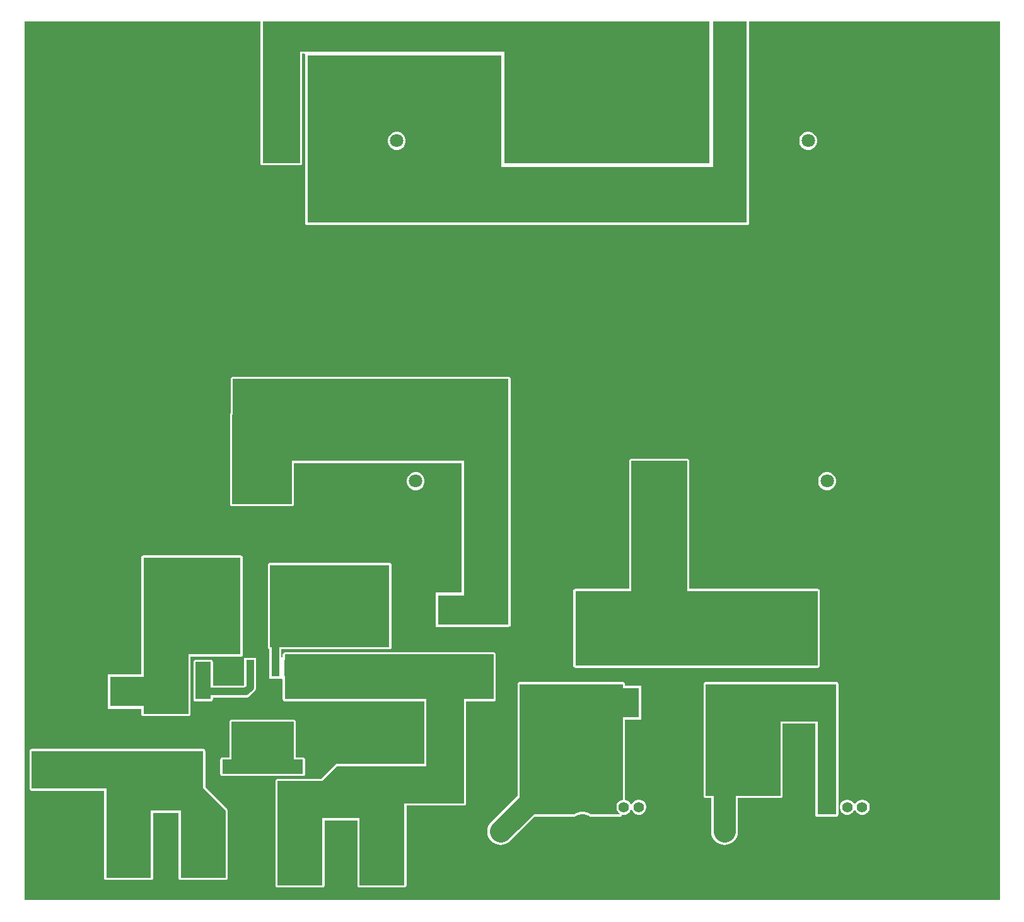
<source format=gbr>
%TF.GenerationSoftware,Altium Limited,Altium Designer,22.4.2 (48)*%
G04 Layer_Physical_Order=1*
G04 Layer_Color=255*
%FSLAX45Y45*%
%MOMM*%
%TF.SameCoordinates,33709DFB-A149-439E-BA6C-A4EA3245395A*%
%TF.FilePolarity,Positive*%
%TF.FileFunction,Copper,L1,Top,Signal*%
%TF.Part,Single*%
G01*
G75*
%TA.AperFunction,SMDPad,CuDef*%
%ADD10R,7.00000X4.00000*%
%ADD11R,1.00000X1.60000*%
%ADD12R,1.60000X1.00000*%
%ADD13R,4.00000X7.00000*%
%ADD14C,6.29100*%
%ADD15R,1.07000X2.16000*%
%ADD16R,3.30000X2.40000*%
%TA.AperFunction,Conductor*%
%ADD17C,3.00000*%
%ADD18C,1.00000*%
%TA.AperFunction,ComponentPad*%
G04:AMPARAMS|DCode=19|XSize=1.4mm|YSize=1.4mm|CornerRadius=0mm|HoleSize=0mm|Usage=FLASHONLY|Rotation=0.000|XOffset=0mm|YOffset=0mm|HoleType=Round|Shape=Octagon|*
%AMOCTAGOND19*
4,1,8,0.70000,-0.35000,0.70000,0.35000,0.35000,0.70000,-0.35000,0.70000,-0.70000,0.35000,-0.70000,-0.35000,-0.35000,-0.70000,0.35000,-0.70000,0.70000,-0.35000,0.0*
%
%ADD19OCTAGOND19*%

%ADD20C,1.40000*%
%ADD21C,2.20000*%
G04:AMPARAMS|DCode=22|XSize=1.8mm|YSize=1.8mm|CornerRadius=0mm|HoleSize=0mm|Usage=FLASHONLY|Rotation=180.000|XOffset=0mm|YOffset=0mm|HoleType=Round|Shape=Octagon|*
%AMOCTAGOND22*
4,1,8,-0.90000,0.45000,-0.90000,-0.45000,-0.45000,-0.90000,0.45000,-0.90000,0.90000,-0.45000,0.90000,0.45000,0.45000,0.90000,-0.45000,0.90000,-0.90000,0.45000,0.0*
%
%ADD22OCTAGOND22*%

%ADD23C,1.80000*%
%ADD24C,3.50000*%
%ADD25R,1.42000X1.42000*%
%ADD26C,1.42000*%
%TA.AperFunction,ViaPad*%
%ADD27C,7.00000*%
%TA.AperFunction,ComponentPad*%
G04:AMPARAMS|DCode=28|XSize=1.4mm|YSize=1.4mm|CornerRadius=0mm|HoleSize=0mm|Usage=FLASHONLY|Rotation=90.000|XOffset=0mm|YOffset=0mm|HoleType=Round|Shape=Octagon|*
%AMOCTAGOND28*
4,1,8,0.35000,0.70000,-0.35000,0.70000,-0.70000,0.35000,-0.70000,-0.35000,-0.35000,-0.70000,0.35000,-0.70000,0.70000,-0.35000,0.70000,0.35000,0.35000,0.70000,0.0*
%
%ADD28OCTAGOND28*%

G04:AMPARAMS|DCode=29|XSize=1.8mm|YSize=1.8mm|CornerRadius=0mm|HoleSize=0mm|Usage=FLASHONLY|Rotation=270.000|XOffset=0mm|YOffset=0mm|HoleType=Round|Shape=Octagon|*
%AMOCTAGOND29*
4,1,8,-0.45000,-0.90000,0.45000,-0.90000,0.90000,-0.45000,0.90000,0.45000,0.45000,0.90000,-0.45000,0.90000,-0.90000,0.45000,-0.90000,-0.45000,-0.45000,-0.90000,0.0*
%
%ADD29OCTAGOND29*%

%ADD30R,1.80000X1.80000*%
%TA.AperFunction,ViaPad*%
%ADD31C,1.40000*%
G36*
X9300000Y10000000D02*
X6550000D01*
Y11500000D01*
X3800000D01*
Y10000000D01*
X3300000D01*
Y11500000D01*
Y11900000D01*
X9300000D01*
Y10000000D01*
D02*
G37*
G36*
X9800000Y9200000D02*
X3900000D01*
Y11450000D01*
X6500000D01*
Y9950000D01*
X9350000D01*
Y11900000D01*
X9800000D01*
Y9200000D01*
D02*
G37*
G36*
X13200000Y100000D02*
X100000D01*
Y11900000D01*
X3269412D01*
Y11500000D01*
Y10000000D01*
X3271741Y9988295D01*
X3278371Y9978371D01*
X3288295Y9971741D01*
X3300000Y9969412D01*
X3800000D01*
X3811705Y9971741D01*
X3821629Y9978371D01*
X3828259Y9988295D01*
X3830588Y10000000D01*
Y11469412D01*
X3862779D01*
X3870748Y11456712D01*
X3869412Y11450000D01*
Y9200000D01*
X3871741Y9188295D01*
X3878371Y9178371D01*
X3888295Y9171741D01*
X3900000Y9169412D01*
X9800000D01*
X9811705Y9171741D01*
X9821629Y9178371D01*
X9828259Y9188295D01*
X9830588Y9200000D01*
Y11900000D01*
X13200000D01*
Y100000D01*
D02*
G37*
%LPC*%
G36*
X5115799Y10420000D02*
X5084202D01*
X5053682Y10411822D01*
X5026319Y10396024D01*
X5003977Y10373682D01*
X4988178Y10346318D01*
X4980000Y10315798D01*
Y10284202D01*
X4988178Y10253682D01*
X5003977Y10226318D01*
X5026319Y10203976D01*
X5053682Y10188178D01*
X5084202Y10180000D01*
X5115799D01*
X5146318Y10188178D01*
X5173682Y10203976D01*
X5196024Y10226318D01*
X5211822Y10253682D01*
X5220000Y10284202D01*
Y10315798D01*
X5211822Y10346318D01*
X5196024Y10373682D01*
X5173682Y10396024D01*
X5146318Y10411822D01*
X5115799Y10420000D01*
D02*
G37*
G36*
X10639798D02*
X10608202D01*
X10577682Y10411822D01*
X10550318Y10396024D01*
X10527976Y10373682D01*
X10512178Y10346318D01*
X10504000Y10315798D01*
Y10284202D01*
X10512178Y10253682D01*
X10527976Y10226318D01*
X10550318Y10203976D01*
X10577682Y10188178D01*
X10608202Y10180000D01*
X10639798D01*
X10670318Y10188178D01*
X10697682Y10203976D01*
X10720024Y10226318D01*
X10735822Y10253682D01*
X10744000Y10284202D01*
Y10315798D01*
X10735822Y10346318D01*
X10720024Y10373682D01*
X10697682Y10396024D01*
X10670318Y10411822D01*
X10639798Y10420000D01*
D02*
G37*
G36*
X10893798Y5848000D02*
X10862202D01*
X10831682Y5839822D01*
X10804318Y5824024D01*
X10781976Y5801682D01*
X10766178Y5774318D01*
X10758000Y5743798D01*
Y5712202D01*
X10766178Y5681682D01*
X10781976Y5654318D01*
X10804318Y5631976D01*
X10831682Y5616178D01*
X10862202Y5608000D01*
X10893798D01*
X10924318Y5616178D01*
X10951682Y5631976D01*
X10974024Y5654318D01*
X10989822Y5681682D01*
X10998000Y5712202D01*
Y5743798D01*
X10989822Y5774318D01*
X10974024Y5801682D01*
X10951682Y5824024D01*
X10924318Y5839822D01*
X10893798Y5848000D01*
D02*
G37*
G36*
X5369799D02*
X5338202D01*
X5307682Y5839822D01*
X5280319Y5824024D01*
X5257977Y5801682D01*
X5242178Y5774318D01*
X5234000Y5743798D01*
Y5712202D01*
X5242178Y5681682D01*
X5257977Y5654318D01*
X5280319Y5631976D01*
X5307682Y5616178D01*
X5338202Y5608000D01*
X5369799D01*
X5400318Y5616178D01*
X5427682Y5631976D01*
X5450024Y5654318D01*
X5465822Y5681682D01*
X5474000Y5712202D01*
Y5743798D01*
X5465822Y5774318D01*
X5450024Y5801682D01*
X5427682Y5824024D01*
X5400318Y5839822D01*
X5369799Y5848000D01*
D02*
G37*
G36*
X6600000Y7130588D02*
X2900000D01*
X2888295Y7128259D01*
X2878371Y7121629D01*
X2871741Y7111705D01*
X2869412Y7100000D01*
Y6644321D01*
X2869021Y6644060D01*
X2862391Y6634137D01*
X2860063Y6622432D01*
Y5422432D01*
X2862391Y5410726D01*
X2869021Y5400803D01*
X2878945Y5394172D01*
X2890650Y5391844D01*
X3690650Y5391844D01*
X3702355Y5394172D01*
X3712279Y5400803D01*
X3718909Y5410726D01*
X3721238Y5422431D01*
Y5969412D01*
X5969412D01*
Y4230000D01*
X5620000D01*
Y3770000D01*
X5997044D01*
X6000000Y3769412D01*
X6600000D01*
X6611705Y3771741D01*
X6621629Y3778371D01*
X6628259Y3788295D01*
X6630588Y3800000D01*
Y7000000D01*
Y7100000D01*
X6628259Y7111705D01*
X6621629Y7121629D01*
X6611705Y7128259D01*
X6600000Y7130588D01*
D02*
G37*
G36*
X9000000Y6030588D02*
X8250000D01*
X8238295Y6028259D01*
X8228371Y6021629D01*
X8221741Y6011705D01*
X8219412Y6000000D01*
Y4280588D01*
X7500000D01*
X7488295Y4278259D01*
X7478371Y4271629D01*
X7471741Y4261705D01*
X7469412Y4250000D01*
Y3250000D01*
X7471741Y3238295D01*
X7478371Y3228371D01*
X7488295Y3221741D01*
X7500000Y3219412D01*
X10750000D01*
X10761705Y3221741D01*
X10771629Y3228371D01*
X10778259Y3238295D01*
X10780588Y3250000D01*
Y4250000D01*
X10778259Y4261705D01*
X10771629Y4271629D01*
X10761705Y4278259D01*
X10750000Y4280588D01*
X9030588D01*
Y6000000D01*
X9028259Y6011705D01*
X9021629Y6021629D01*
X9011705Y6028259D01*
X9000000Y6030588D01*
D02*
G37*
G36*
X3213500Y3351000D02*
X3046500D01*
Y3075000D01*
X3049310D01*
Y2992002D01*
X3037999Y2980690D01*
X2630588D01*
Y3300000D01*
X2628259Y3311705D01*
X2621629Y3321629D01*
X2611705Y3328259D01*
X2600000Y3330588D01*
X2400000D01*
X2388295Y3328259D01*
X2378371Y3321629D01*
X2371741Y3311705D01*
X2369412Y3300000D01*
Y2800000D01*
X2371741Y2788295D01*
X2378371Y2778371D01*
X2388295Y2771741D01*
X2400000Y2769412D01*
X2600000D01*
X2611705Y2771741D01*
X2621629Y2778371D01*
X2628259Y2788295D01*
X2630588Y2800000D01*
Y2819310D01*
X3071422D01*
X3092306Y2822059D01*
X3111767Y2830120D01*
X3128478Y2842944D01*
X3187057Y2901522D01*
X3199880Y2918234D01*
X3207941Y2937695D01*
X3210691Y2958579D01*
Y3075000D01*
X3213500D01*
Y3351000D01*
D02*
G37*
G36*
X3000000Y4730588D02*
X1700000D01*
X1688295Y4728259D01*
X1678371Y4721629D01*
X1671741Y4711705D01*
X1669412Y4700000D01*
Y3400000D01*
Y3130000D01*
X1220000D01*
Y2670000D01*
X1669412D01*
Y2600000D01*
X1671741Y2588295D01*
X1678371Y2578371D01*
X1688295Y2571741D01*
X1700000Y2569412D01*
X2300000D01*
X2311705Y2571741D01*
X2321629Y2578371D01*
X2328259Y2588295D01*
X2330588Y2600000D01*
Y3369412D01*
X3000000D01*
X3011705Y3371741D01*
X3021629Y3378371D01*
X3028259Y3388295D01*
X3030588Y3400000D01*
Y4700000D01*
X3028259Y4711705D01*
X3021629Y4721629D01*
X3011705Y4728259D01*
X3000000Y4730588D01*
D02*
G37*
G36*
X5000000Y4630588D02*
X3400000D01*
X3388295Y4628259D01*
X3378371Y4621629D01*
X3371741Y4611705D01*
X3369412Y4600000D01*
Y3500000D01*
X3371741Y3488295D01*
X3378371Y3478371D01*
X3388295Y3471741D01*
X3389310Y3471539D01*
Y3351000D01*
X3386500D01*
Y3075000D01*
X3543800D01*
X3553500Y3075000D01*
X3560432D01*
X3569412Y3066020D01*
Y2800000D01*
X3571741Y2788295D01*
X3578371Y2778371D01*
X3588295Y2771741D01*
X3600000Y2769412D01*
X5469412D01*
X5469412Y1930588D01*
X4300001D01*
X4300000Y1930588D01*
X4288295Y1928259D01*
X4278371Y1921629D01*
X4087330Y1730587D01*
X3500000Y1730588D01*
X3488295Y1728259D01*
X3478371Y1721629D01*
X3471741Y1711705D01*
X3469412Y1700000D01*
X3469412Y1200000D01*
Y300000D01*
X3471741Y288295D01*
X3478371Y278371D01*
X3488295Y271741D01*
X3500000Y269412D01*
X4100000D01*
X4111705Y271741D01*
X4121629Y278371D01*
X4128259Y288295D01*
X4130588Y300000D01*
Y1169412D01*
X4569412D01*
Y300000D01*
X4571741Y288295D01*
X4578371Y278371D01*
X4588295Y271741D01*
X4600000Y269412D01*
X5200000D01*
X5211705Y271741D01*
X5221629Y278371D01*
X5228259Y288295D01*
X5230588Y300000D01*
Y1200000D01*
Y1369412D01*
X6000000D01*
X6011705Y1371741D01*
X6021629Y1378371D01*
X6028259Y1388295D01*
X6030588Y1400000D01*
X6030587Y2769412D01*
X6400000D01*
X6411705Y2771741D01*
X6421629Y2778371D01*
X6428259Y2788295D01*
X6430588Y2800000D01*
Y3400000D01*
X6428259Y3411705D01*
X6421629Y3421629D01*
X6411705Y3428259D01*
X6400000Y3430588D01*
X3600000D01*
X3588295Y3428259D01*
X3578371Y3421629D01*
X3571741Y3411705D01*
X3569412Y3400000D01*
Y3359980D01*
X3567241Y3357809D01*
X3551443Y3359960D01*
X3550690Y3361294D01*
Y3469412D01*
X5000000D01*
X5011705Y3471741D01*
X5021629Y3478371D01*
X5028259Y3488295D01*
X5030588Y3500000D01*
Y4600000D01*
X5028259Y4611705D01*
X5021629Y4621629D01*
X5011705Y4628259D01*
X5000000Y4630588D01*
D02*
G37*
G36*
X3716500Y2525588D02*
X2883500D01*
X2871795Y2523259D01*
X2861871Y2516629D01*
X2855241Y2506705D01*
X2852913Y2495000D01*
Y2017588D01*
X2760000D01*
X2748295Y2015259D01*
X2738371Y2008629D01*
X2731741Y1998705D01*
X2729413Y1987000D01*
Y1796000D01*
X2731741Y1784295D01*
X2738371Y1774371D01*
X2748295Y1767741D01*
X2760000Y1765412D01*
X3840000D01*
X3851706Y1767741D01*
X3861629Y1774371D01*
X3868259Y1784295D01*
X3870588Y1796000D01*
Y1987000D01*
X3868259Y1998705D01*
X3861629Y2008629D01*
X3851706Y2015259D01*
X3840000Y2017588D01*
X3747088D01*
Y2495000D01*
X3744760Y2506705D01*
X3738129Y2516629D01*
X3728206Y2523259D01*
X3716500Y2525588D01*
D02*
G37*
G36*
X11363297Y1450000D02*
X11336703D01*
X11311016Y1443117D01*
X11287985Y1429820D01*
X11269180Y1411015D01*
X11256827Y1389619D01*
X11250000Y1388741D01*
X11243173Y1389619D01*
X11230820Y1411015D01*
X11212015Y1429820D01*
X11188984Y1443117D01*
X11163297Y1450000D01*
X11136703D01*
X11111016Y1443117D01*
X11087985Y1429820D01*
X11069180Y1411015D01*
X11055883Y1387985D01*
X11049000Y1362297D01*
Y1335703D01*
X11055883Y1310016D01*
X11069180Y1286985D01*
X11087985Y1268180D01*
X11111016Y1254883D01*
X11136703Y1248000D01*
X11163297D01*
X11188984Y1254883D01*
X11212015Y1268180D01*
X11230820Y1286985D01*
X11243173Y1308381D01*
X11250000Y1309259D01*
X11256827Y1308381D01*
X11269180Y1286985D01*
X11287985Y1268180D01*
X11311016Y1254883D01*
X11336703Y1248000D01*
X11363297D01*
X11388985Y1254883D01*
X11412016Y1268180D01*
X11430820Y1286985D01*
X11444117Y1310016D01*
X11451000Y1335703D01*
Y1362297D01*
X11444117Y1387985D01*
X11430820Y1411015D01*
X11412016Y1429820D01*
X11388985Y1443117D01*
X11363297Y1450000D01*
D02*
G37*
G36*
X8135727Y3030588D02*
X6750000D01*
X6738295Y3028259D01*
X6728371Y3021629D01*
X6721741Y3011705D01*
X6719412Y3000000D01*
Y1500202D01*
X6368105Y1148895D01*
X6345611Y1121486D01*
X6328897Y1090216D01*
X6318605Y1056286D01*
X6315129Y1021000D01*
X6318605Y985714D01*
X6328897Y951784D01*
X6345611Y920514D01*
X6368105Y893105D01*
X6395513Y870611D01*
X6426784Y853897D01*
X6460714Y843605D01*
X6496000Y840129D01*
X6531286Y843605D01*
X6565216Y853897D01*
X6596486Y870611D01*
X6623895Y893105D01*
X6950203Y1219412D01*
X7481426D01*
X7484381Y1220000D01*
X7487394D01*
X7490177Y1221153D01*
X7493132Y1221741D01*
X7495637Y1223415D01*
X7498420Y1224567D01*
X7510385Y1232562D01*
X7542126Y1245709D01*
X7575822Y1252412D01*
X7610178D01*
X7643874Y1245709D01*
X7675615Y1232562D01*
X7687580Y1224567D01*
X7690364Y1223414D01*
X7692868Y1221741D01*
X7695823Y1221153D01*
X7698606Y1220000D01*
X7701619D01*
X7704574Y1219412D01*
X8094073D01*
X8096052Y1219806D01*
X8098065Y1219674D01*
X8101855Y1220960D01*
X8105779Y1221741D01*
X8107456Y1222861D01*
X8109367Y1223510D01*
X8112375Y1226148D01*
X8115702Y1228371D01*
X8116823Y1230049D01*
X8118340Y1231379D01*
X8120109Y1234967D01*
X8122332Y1238295D01*
X8122434Y1238802D01*
X8129322Y1249978D01*
X8136703Y1248000D01*
X8163297D01*
X8188984Y1254883D01*
X8212015Y1268180D01*
X8230820Y1286985D01*
X8243173Y1308381D01*
X8250000Y1309259D01*
X8256827Y1308381D01*
X8269180Y1286985D01*
X8287985Y1268180D01*
X8311016Y1254883D01*
X8336703Y1248000D01*
X8363297D01*
X8388984Y1254883D01*
X8412015Y1268180D01*
X8430820Y1286985D01*
X8444117Y1310016D01*
X8451000Y1335703D01*
Y1362297D01*
X8444117Y1387985D01*
X8430820Y1411015D01*
X8412015Y1429820D01*
X8388984Y1443117D01*
X8363297Y1450000D01*
X8336703D01*
X8311016Y1443117D01*
X8287985Y1429820D01*
X8269180Y1411015D01*
X8256827Y1389619D01*
X8250000Y1388741D01*
X8243173Y1389619D01*
X8230820Y1411015D01*
X8212015Y1429820D01*
X8188984Y1443117D01*
X8166211Y1449219D01*
X8166314Y1449738D01*
Y2520000D01*
X8380000D01*
Y2980000D01*
X8166314D01*
Y3000000D01*
X8163986Y3011705D01*
X8157356Y3021629D01*
X8147432Y3028259D01*
X8135727Y3030588D01*
D02*
G37*
G36*
X11000000D02*
X9250000D01*
X9238295Y3028259D01*
X9228371Y3021629D01*
X9221741Y3011705D01*
X9219412Y3000000D01*
Y2500000D01*
Y1500000D01*
X9221741Y1488295D01*
X9228371Y1478371D01*
X9238295Y1471741D01*
X9250000Y1469412D01*
X9319129D01*
Y1021000D01*
X9322605Y985714D01*
X9332897Y951784D01*
X9349611Y920514D01*
X9372105Y893105D01*
X9399514Y870611D01*
X9430784Y853897D01*
X9464714Y843605D01*
X9500000Y840129D01*
X9535286Y843605D01*
X9569216Y853897D01*
X9600487Y870611D01*
X9627895Y893105D01*
X9650389Y920514D01*
X9667103Y951784D01*
X9677395Y985714D01*
X9680871Y1021000D01*
Y1469412D01*
X10250000D01*
X10261705Y1471741D01*
X10271629Y1478371D01*
X10278259Y1488295D01*
X10280588Y1500000D01*
Y2469412D01*
X10719412D01*
Y1250000D01*
X10721741Y1238295D01*
X10728371Y1228371D01*
X10738295Y1221741D01*
X10750000Y1219412D01*
X11000000D01*
X11011705Y1221741D01*
X11021629Y1228371D01*
X11028259Y1238295D01*
X11030588Y1250000D01*
Y3000000D01*
X11028259Y3011705D01*
X11021629Y3021629D01*
X11011705Y3028259D01*
X11000000Y3030588D01*
D02*
G37*
G36*
X2500000Y2130588D02*
X200000D01*
X188295Y2128259D01*
X178371Y2121629D01*
X171741Y2111705D01*
X169412Y2100000D01*
Y1600000D01*
X171741Y1588295D01*
X178371Y1578371D01*
X188295Y1571741D01*
X200000Y1569412D01*
X1169412D01*
Y400000D01*
X1171741Y388295D01*
X1178371Y378371D01*
X1188295Y371741D01*
X1200000Y369412D01*
X1800000D01*
X1811705Y371741D01*
X1821629Y378371D01*
X1828259Y388295D01*
X1830588Y400000D01*
Y1269412D01*
X2169412D01*
Y400000D01*
X2171741Y388295D01*
X2178371Y378371D01*
X2188295Y371741D01*
X2200000Y369412D01*
X2800000D01*
X2811705Y371741D01*
X2821629Y378371D01*
X2828259Y388295D01*
X2830588Y400000D01*
Y1300000D01*
X2828259Y1311706D01*
X2821629Y1321629D01*
X2821628Y1321629D01*
X2530588Y1612670D01*
Y1699999D01*
X2530588Y1700000D01*
X2530588Y1700001D01*
Y2100000D01*
X2528259Y2111705D01*
X2521629Y2121629D01*
X2511705Y2128259D01*
X2500000Y2130588D01*
D02*
G37*
%LPD*%
G36*
X6600000Y6000000D02*
Y3800000D01*
X6000000D01*
Y6000000D01*
X3690650D01*
Y5422431D01*
X2890650Y5422432D01*
Y6622432D01*
X2900000D01*
Y7100000D01*
X6600000D01*
Y6000000D01*
D02*
G37*
G36*
X9000000Y4250000D02*
X10750000D01*
Y3250000D01*
X7500000D01*
Y4250000D01*
X8250000D01*
Y6000000D01*
X9000000D01*
Y4250000D01*
D02*
G37*
G36*
X2600000Y2800000D02*
X2400000D01*
Y3300000D01*
X2600000D01*
Y2800000D01*
D02*
G37*
G36*
X3000000Y3400000D02*
X2300000D01*
Y2600000D01*
X1700000D01*
Y3400000D01*
Y4700000D01*
X3000000D01*
Y3400000D01*
D02*
G37*
G36*
X5000000Y3500000D02*
X3400000D01*
Y4600000D01*
X5000000D01*
Y3500000D01*
D02*
G37*
G36*
X6400000Y2800000D02*
X6000000D01*
X6000000Y1400000D01*
X5200000D01*
Y1200000D01*
Y300000D01*
X4600000D01*
Y1200000D01*
X4100000D01*
Y300000D01*
X3500000D01*
Y1200000D01*
X3500000Y1700000D01*
X4100000Y1700000D01*
X4300000Y1900000D01*
X5500000D01*
X5500000Y2800000D01*
X3600000D01*
Y3400000D01*
X6400000D01*
Y2800000D01*
D02*
G37*
G36*
X3716500Y1987000D02*
X3840000D01*
Y1796000D01*
X2760000D01*
Y1987000D01*
X2883500D01*
Y2495000D01*
X3716500D01*
Y1987000D01*
D02*
G37*
G36*
X8135727Y1449738D02*
X8111016Y1443117D01*
X8087985Y1429820D01*
X8069180Y1411015D01*
X8055883Y1387985D01*
X8049000Y1362297D01*
Y1335703D01*
X8055883Y1310016D01*
X8069180Y1286985D01*
X8087985Y1268180D01*
X8097476Y1262700D01*
X8094073Y1250000D01*
X7704574D01*
X7690104Y1259668D01*
X7652796Y1275122D01*
X7613191Y1283000D01*
X7572809D01*
X7533204Y1275122D01*
X7495896Y1259668D01*
X7481426Y1250000D01*
X6750000D01*
Y3000000D01*
X8135727D01*
Y1449738D01*
D02*
G37*
G36*
X11000000Y2500000D02*
Y1250000D01*
X10750000D01*
Y2500000D01*
X10250000D01*
Y1500000D01*
X9250000D01*
Y2500000D01*
Y3000000D01*
X11000000D01*
Y2500000D01*
D02*
G37*
G36*
X2500000Y1600000D02*
X2800000Y1300000D01*
Y400000D01*
X2200000D01*
Y1300000D01*
X1800000D01*
Y400000D01*
X1200000D01*
Y1600000D01*
X200000D01*
Y2100000D01*
X2500000D01*
Y1600000D01*
D02*
G37*
D10*
X10250000Y3750000D02*
D03*
Y2750000D02*
D03*
X6000000Y3000000D02*
D03*
Y4000000D02*
D03*
X1600000Y2900000D02*
D03*
Y1900000D02*
D03*
X8000000Y2750000D02*
D03*
Y3750000D02*
D03*
D11*
X6507139Y5227182D02*
D03*
X6807139D02*
D03*
X1500000Y3500000D02*
D03*
X1800000D02*
D03*
D12*
X2500000Y3450000D02*
D03*
Y3150000D02*
D03*
X7750000Y4100000D02*
D03*
Y4400000D02*
D03*
X2500000Y2600000D02*
D03*
Y2900000D02*
D03*
D13*
X3800000Y4200000D02*
D03*
X2800000D02*
D03*
D14*
X3300000Y2145500D02*
D03*
D15*
X3640000Y3213000D02*
D03*
X3470000D02*
D03*
X3300000D02*
D03*
X3130000D02*
D03*
X2960000D02*
D03*
D16*
X4600000Y4170000D02*
D03*
Y4830000D02*
D03*
D17*
X6496000Y1021000D02*
X7000000Y1525000D01*
Y1750000D01*
X9500000Y1021000D02*
Y1750000D01*
X6854000Y11000000D02*
Y11346000D01*
D18*
X2500000Y2900000D02*
X3071422D01*
X3130000Y2958579D02*
Y3213000D01*
X3071422Y2900000D02*
X3130000Y2958579D01*
X3470000Y3770000D02*
X3500000Y3800000D01*
X3470000Y3213000D02*
Y3770000D01*
D19*
X10125000Y2000000D02*
D03*
X8000000D02*
D03*
X5875000Y1750000D02*
D03*
D20*
X10375000Y2000000D02*
D03*
X8250000D02*
D03*
X6125000Y1750000D02*
D03*
X500000Y2250000D02*
D03*
D21*
X10008000Y1021000D02*
D03*
X9500000D02*
D03*
X5408000D02*
D03*
X4900000D02*
D03*
X4308000D02*
D03*
X3800000D02*
D03*
X3100000D02*
D03*
X2592000D02*
D03*
X1954000D02*
D03*
X1446000D02*
D03*
X7004000D02*
D03*
X6496000D02*
D03*
X6346000Y11000000D02*
D03*
X6854000D02*
D03*
D22*
X6250000Y4750000D02*
D03*
X8750000D02*
D03*
X3600000Y11300000D02*
D03*
X9050000D02*
D03*
X1950000Y4300000D02*
D03*
D23*
X5750000Y4750000D02*
D03*
X9250000D02*
D03*
X4100000Y11300000D02*
D03*
X9550000D02*
D03*
X1450000Y4300000D02*
D03*
X4600000Y2450000D02*
D03*
X10878000Y5728000D02*
D03*
X9862000D02*
D03*
X8846000D02*
D03*
X10624000Y10300000D02*
D03*
X9608000D02*
D03*
X4084000D02*
D03*
X5100000D02*
D03*
X3322000Y5728000D02*
D03*
X4338000D02*
D03*
X5354000D02*
D03*
D24*
X10593000Y1078000D02*
D03*
X11907000D02*
D03*
X7593000D02*
D03*
X8907000D02*
D03*
D25*
X10900000Y1349000D02*
D03*
X7900000D02*
D03*
D26*
X11150000D02*
D03*
X11350000D02*
D03*
X11600000D02*
D03*
X8150000D02*
D03*
X8350000D02*
D03*
X8600000D02*
D03*
D27*
X600000Y600000D02*
D03*
Y11400000D02*
D03*
X12700000Y600000D02*
D03*
Y11400000D02*
D03*
D28*
X500000Y2000000D02*
D03*
D29*
X4600000Y2950000D02*
D03*
D30*
X9100000Y10300000D02*
D03*
X3576000D02*
D03*
D31*
X3192596Y3986251D02*
D03*
X3188476Y3560543D02*
D03*
X5000000Y2000000D02*
D03*
X4500000D02*
D03*
X4000000D02*
D03*
X7500000Y500000D02*
D03*
X8000000D02*
D03*
X5500000D02*
D03*
X500000Y5000000D02*
D03*
X1000000D02*
D03*
Y3500000D02*
D03*
Y4000000D02*
D03*
Y4500000D02*
D03*
X4500000Y5250000D02*
D03*
X4000000D02*
D03*
X1750000Y2250000D02*
D03*
X2500000D02*
D03*
X750000Y2750000D02*
D03*
X250000D02*
D03*
X2500000Y250000D02*
D03*
X3000000D02*
D03*
X1500000D02*
D03*
X2000000D02*
D03*
Y500000D02*
D03*
X4250000D02*
D03*
X3000000D02*
D03*
Y1500000D02*
D03*
Y2000000D02*
D03*
X3500000D02*
D03*
Y2250000D02*
D03*
X3000000D02*
D03*
X9250000Y6250000D02*
D03*
Y5750000D02*
D03*
X10250000D02*
D03*
Y6250000D02*
D03*
X9750000D02*
D03*
X5250000Y2500000D02*
D03*
X7000000Y500000D02*
D03*
X10000000Y5000000D02*
D03*
X500000Y3500000D02*
D03*
X10000000Y4500000D02*
D03*
X500000Y4000000D02*
D03*
X12000000Y1750000D02*
D03*
X11500000D02*
D03*
X250000Y3000000D02*
D03*
X8750000Y2250000D02*
D03*
X750000Y3000000D02*
D03*
X9500000Y500000D02*
D03*
X8750000Y2000000D02*
D03*
X5250000Y4750000D02*
D03*
X10000000Y750000D02*
D03*
X6250000Y2500000D02*
D03*
Y2250000D02*
D03*
X10000000Y500000D02*
D03*
X5250000Y2250000D02*
D03*
Y4250000D02*
D03*
Y5250000D02*
D03*
X11250000Y500000D02*
D03*
X8500000Y1000000D02*
D03*
X10250000Y1250000D02*
D03*
X10500000Y1500000D02*
D03*
X8500000Y500000D02*
D03*
X8750000Y1750000D02*
D03*
X6500000Y500000D02*
D03*
X10750000D02*
D03*
X9000000D02*
D03*
X11750000D02*
D03*
X500000Y4500000D02*
D03*
%TF.MD5,780aa7e808827aa875186353a77fb37b*%
M02*

</source>
